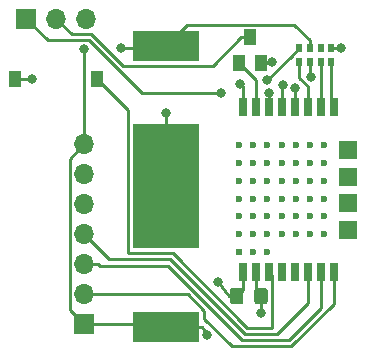
<source format=gbr>
%TF.GenerationSoftware,KiCad,Pcbnew,5.1.6-1.fc32*%
%TF.CreationDate,2020-06-07T18:14:15-07:00*%
%TF.ProjectId,hypnos,6879706e-6f73-42e6-9b69-6361645f7063,rev?*%
%TF.SameCoordinates,Original*%
%TF.FileFunction,Copper,L1,Top*%
%TF.FilePolarity,Positive*%
%FSLAX46Y46*%
G04 Gerber Fmt 4.6, Leading zero omitted, Abs format (unit mm)*
G04 Created by KiCad (PCBNEW 5.1.6-1.fc32) date 2020-06-07 18:14:15*
%MOMM*%
%LPD*%
G01*
G04 APERTURE LIST*
%TA.AperFunction,ComponentPad*%
%ADD10O,1.700000X1.700000*%
%TD*%
%TA.AperFunction,ComponentPad*%
%ADD11R,1.700000X1.700000*%
%TD*%
%TA.AperFunction,SMDPad,CuDef*%
%ADD12R,0.600000X0.600000*%
%TD*%
%TA.AperFunction,SMDPad,CuDef*%
%ADD13C,0.600000*%
%TD*%
%TA.AperFunction,SMDPad,CuDef*%
%ADD14R,1.500000X1.500000*%
%TD*%
%TA.AperFunction,SMDPad,CuDef*%
%ADD15R,0.700000X1.500000*%
%TD*%
%TA.AperFunction,SMDPad,CuDef*%
%ADD16R,0.500000X0.800000*%
%TD*%
%TA.AperFunction,SMDPad,CuDef*%
%ADD17R,1.000000X1.400000*%
%TD*%
%TA.AperFunction,SMDPad,CuDef*%
%ADD18R,5.560000X10.605000*%
%TD*%
%TA.AperFunction,SMDPad,CuDef*%
%ADD19R,5.560000X2.600000*%
%TD*%
%TA.AperFunction,ViaPad*%
%ADD20C,0.800000*%
%TD*%
%TA.AperFunction,Conductor*%
%ADD21C,0.250000*%
%TD*%
G04 APERTURE END LIST*
D10*
%TO.P,J3,7*%
%TO.N,VDD*%
X106700000Y-107460000D03*
%TO.P,J3,6*%
%TO.N,GND*%
X106700000Y-110000000D03*
%TO.P,J3,5*%
X106700000Y-112540000D03*
%TO.P,J3,4*%
%TO.N,/~RESET*%
X106700000Y-115080000D03*
%TO.P,J3,3*%
%TO.N,/SWDCLK*%
X106700000Y-117620000D03*
%TO.P,J3,2*%
%TO.N,/SWDIO*%
X106700000Y-120160000D03*
D11*
%TO.P,J3,1*%
%TO.N,VDD*%
X106700000Y-122700000D03*
%TD*%
D10*
%TO.P,J1,3*%
%TO.N,GND*%
X106880000Y-96800000D03*
%TO.P,J1,2*%
%TO.N,/OFF_SWITCH*%
X104340000Y-96800000D03*
D11*
%TO.P,J1,1*%
%TO.N,/USER_INPUT*%
X101800000Y-96800000D03*
%TD*%
D12*
%TO.P,U2,F6*%
%TO.N,Net-(U2-PadF6)*%
X119800000Y-116550000D03*
D13*
%TO.P,U2,F4*%
%TO.N,Net-(U2-PadF4)*%
X122200000Y-116550000D03*
%TO.P,U2,F5*%
%TO.N,Net-(U2-PadF5)*%
X121000000Y-116550000D03*
%TO.P,U2,E6*%
%TO.N,Net-(U2-PadE6)*%
X119800000Y-115050000D03*
%TO.P,U2,Z6*%
%TO.N,Net-(U2-PadZ6)*%
X119800000Y-107550000D03*
%TO.P,U2,D6*%
%TO.N,Net-(U2-PadD6)*%
X119800000Y-113550000D03*
%TO.P,U2,C6*%
%TO.N,Net-(U2-PadC6)*%
X119800000Y-112050000D03*
%TO.P,U2,B6*%
%TO.N,Net-(U2-PadB6)*%
X119800000Y-110550000D03*
%TO.P,U2,A6*%
%TO.N,Net-(U2-PadA6)*%
X119800000Y-109050000D03*
%TO.P,U2,E0*%
%TO.N,Net-(U2-PadE0)*%
X127000000Y-115050000D03*
%TO.P,U2,E1*%
%TO.N,Net-(U2-PadE1)*%
X125800000Y-115050000D03*
%TO.P,U2,E2*%
%TO.N,Net-(U2-PadE2)*%
X124600000Y-115050000D03*
%TO.P,U2,E3*%
%TO.N,Net-(U2-PadE3)*%
X123400000Y-115050000D03*
%TO.P,U2,E4*%
%TO.N,Net-(U2-PadE4)*%
X122200000Y-115050000D03*
%TO.P,U2,E5*%
%TO.N,Net-(U2-PadE5)*%
X121000000Y-115050000D03*
%TO.P,U2,Z0*%
%TO.N,Net-(U2-PadZ0)*%
X127000000Y-107550000D03*
%TO.P,U2,Z1*%
%TO.N,Net-(U2-PadZ1)*%
X125800000Y-107550000D03*
%TO.P,U2,Z2*%
%TO.N,Net-(U2-PadZ2)*%
X124600000Y-107550000D03*
%TO.P,U2,Z3*%
%TO.N,Net-(U2-PadZ3)*%
X123400000Y-107550000D03*
%TO.P,U2,Z4*%
%TO.N,Net-(U2-PadZ4)*%
X122200000Y-107550000D03*
%TO.P,U2,Z5*%
%TO.N,Net-(U2-PadZ5)*%
X121000000Y-107550000D03*
D14*
%TO.P,U2,F3*%
%TO.N,Net-(U2-PadF3)*%
X129000000Y-114680000D03*
%TO.P,U2,F2*%
%TO.N,Net-(U2-PadF2)*%
X129000000Y-112430000D03*
%TO.P,U2,F1*%
%TO.N,Net-(U2-PadF1)*%
X129000000Y-110180000D03*
%TO.P,U2,F0*%
%TO.N,Net-(U2-PadF0)*%
X129000000Y-107930000D03*
D13*
%TO.P,U2,D1*%
%TO.N,Net-(U2-PadD1)*%
X125800000Y-113550000D03*
%TO.P,U2,D0*%
%TO.N,Net-(U2-PadD0)*%
X127000000Y-113550000D03*
%TO.P,U2,C0*%
%TO.N,Net-(U2-PadC0)*%
X127000000Y-112050000D03*
%TO.P,U2,C1*%
%TO.N,Net-(U2-PadC1)*%
X125800000Y-112050000D03*
%TO.P,U2,B1*%
%TO.N,Net-(U2-PadB1)*%
X125800000Y-110550000D03*
%TO.P,U2,B0*%
%TO.N,Net-(U2-PadB0)*%
X127000000Y-110550000D03*
%TO.P,U2,A0*%
%TO.N,Net-(U2-PadA0)*%
X127000000Y-109050000D03*
%TO.P,U2,A1*%
%TO.N,Net-(U2-PadA1)*%
X125800000Y-109050000D03*
%TO.P,U2,D2*%
%TO.N,Net-(U2-PadD2)*%
X124600000Y-113550000D03*
%TO.P,U2,C2*%
%TO.N,Net-(U2-PadC2)*%
X124600000Y-112050000D03*
%TO.P,U2,B2*%
%TO.N,Net-(U2-PadB2)*%
X124600000Y-110550000D03*
%TO.P,U2,A2*%
%TO.N,Net-(U2-PadA2)*%
X124600000Y-109050000D03*
%TO.P,U2,D3*%
%TO.N,Net-(U2-PadD3)*%
X123400000Y-113550000D03*
%TO.P,U2,C3*%
%TO.N,Net-(U2-PadC3)*%
X123400000Y-112050000D03*
%TO.P,U2,B3*%
%TO.N,Net-(U2-PadB3)*%
X123400000Y-110550000D03*
%TO.P,U2,A3*%
%TO.N,Net-(U2-PadA3)*%
X123400000Y-109050000D03*
%TO.P,U2,D4*%
%TO.N,Net-(U2-PadD4)*%
X122200000Y-113550000D03*
%TO.P,U2,C4*%
%TO.N,Net-(U2-PadC4)*%
X122200000Y-112050000D03*
%TO.P,U2,B4*%
%TO.N,Net-(U2-PadB4)*%
X122200000Y-110550000D03*
%TO.P,U2,A4*%
%TO.N,Net-(U2-PadA4)*%
X122200000Y-109050000D03*
%TO.P,U2,D5*%
%TO.N,Net-(U2-PadD5)*%
X121000000Y-113550000D03*
%TO.P,U2,C5*%
%TO.N,Net-(U2-PadC5)*%
X121000000Y-112050000D03*
%TO.P,U2,B5*%
%TO.N,Net-(U2-PadB5)*%
X121000000Y-110550000D03*
%TO.P,U2,A5*%
%TO.N,Net-(U2-PadA5)*%
X121000000Y-109050000D03*
D15*
%TO.P,U2,16*%
%TO.N,/SWDIO*%
X127800000Y-118300000D03*
%TO.P,U2,15*%
%TO.N,/SWDCLK*%
X126700000Y-118300000D03*
%TO.P,U2,14*%
%TO.N,/~RESET*%
X125600000Y-118300000D03*
%TO.P,U2,13*%
%TO.N,Net-(U2-Pad13)*%
X124500000Y-118300000D03*
%TO.P,U2,12*%
%TO.N,Net-(U2-Pad12)*%
X123400000Y-118300000D03*
%TO.P,U2,11*%
%TO.N,Net-(SW1-Pad1)*%
X122300000Y-118300000D03*
%TO.P,U2,10*%
%TO.N,GND*%
X121200000Y-118300000D03*
%TO.P,U2,9*%
%TO.N,VDD*%
X120100000Y-118300000D03*
%TO.P,U2,8*%
%TO.N,Net-(U1-Pad8)*%
X120100000Y-104300000D03*
%TO.P,U2,7*%
%TO.N,/OFF_SWITCH_CTRL*%
X121200000Y-104300000D03*
%TO.P,U2,6*%
%TO.N,/USER_INPUT*%
X122300000Y-104300000D03*
%TO.P,U2,5*%
%TO.N,Net-(U1-Pad2)*%
X123400000Y-104300000D03*
%TO.P,U2,4*%
%TO.N,GND*%
X124500000Y-104300000D03*
%TO.P,U2,3*%
%TO.N,Net-(U1-Pad1)*%
X125600000Y-104300000D03*
%TO.P,U2,2*%
%TO.N,Net-(U1-Pad3)*%
X126700000Y-104300000D03*
%TO.P,U2,1*%
%TO.N,Net-(U1-Pad4)*%
X127800000Y-104300000D03*
%TD*%
D16*
%TO.P,U1,8*%
%TO.N,Net-(U1-Pad8)*%
X124900000Y-99300000D03*
%TO.P,U1,7*%
%TO.N,VDD*%
X125800000Y-99300000D03*
%TO.P,U1,6*%
%TO.N,Net-(U1-Pad6)*%
X126700000Y-99300000D03*
%TO.P,U1,5*%
%TO.N,GND*%
X127600000Y-99300000D03*
%TO.P,U1,4*%
%TO.N,Net-(U1-Pad4)*%
X127600000Y-100500000D03*
%TO.P,U1,3*%
%TO.N,Net-(U1-Pad3)*%
X126700000Y-100500000D03*
%TO.P,U1,2*%
%TO.N,Net-(U1-Pad2)*%
X125800000Y-100500000D03*
%TO.P,U1,1*%
%TO.N,Net-(U1-Pad1)*%
X124900000Y-100500000D03*
%TD*%
D17*
%TO.P,SW1,2*%
%TO.N,GND*%
X100800000Y-101900000D03*
%TO.P,SW1,1*%
%TO.N,Net-(SW1-Pad1)*%
X107800000Y-101900000D03*
%TD*%
%TO.P,Q1,1*%
%TO.N,/OFF_SWITCH_CTRL*%
X119800000Y-100600000D03*
%TO.P,Q1,2*%
%TO.N,GND*%
X121700000Y-100600000D03*
%TO.P,Q1,3*%
%TO.N,/OFF_SWITCH*%
X120750000Y-98400000D03*
%TD*%
%TO.P,C1,2*%
%TO.N,GND*%
%TA.AperFunction,SMDPad,CuDef*%
G36*
G01*
X121075000Y-120750001D02*
X121075000Y-119849999D01*
G75*
G02*
X121324999Y-119600000I249999J0D01*
G01*
X121975001Y-119600000D01*
G75*
G02*
X122225000Y-119849999I0J-249999D01*
G01*
X122225000Y-120750001D01*
G75*
G02*
X121975001Y-121000000I-249999J0D01*
G01*
X121324999Y-121000000D01*
G75*
G02*
X121075000Y-120750001I0J249999D01*
G01*
G37*
%TD.AperFunction*%
%TO.P,C1,1*%
%TO.N,VDD*%
%TA.AperFunction,SMDPad,CuDef*%
G36*
G01*
X119025000Y-120750001D02*
X119025000Y-119849999D01*
G75*
G02*
X119274999Y-119600000I249999J0D01*
G01*
X119925001Y-119600000D01*
G75*
G02*
X120175000Y-119849999I0J-249999D01*
G01*
X120175000Y-120750001D01*
G75*
G02*
X119925001Y-121000000I-249999J0D01*
G01*
X119274999Y-121000000D01*
G75*
G02*
X119025000Y-120750001I0J249999D01*
G01*
G37*
%TD.AperFunction*%
%TD*%
D18*
%TO.P,BT1,2*%
%TO.N,GND*%
X113600000Y-111005000D03*
D19*
%TO.P,BT1,3*%
%TO.N,VDD*%
X113600000Y-122910000D03*
%TO.P,BT1,1*%
X113600000Y-99100000D03*
%TD*%
D20*
%TO.N,GND*%
X121700000Y-121700000D03*
X113600000Y-104800000D03*
X124500000Y-102700000D03*
X102300000Y-101900000D03*
X122614801Y-100514801D03*
X128400000Y-99300000D03*
%TO.N,VDD*%
X118000000Y-119100000D03*
X106700000Y-99400000D03*
X109800000Y-99300000D03*
X117100000Y-123600000D03*
%TO.N,Net-(U1-Pad8)*%
X122194525Y-102045249D03*
X119900000Y-102314990D03*
%TO.N,Net-(U1-Pad2)*%
X123484095Y-102397408D03*
X125885988Y-101714012D03*
%TO.N,/USER_INPUT*%
X122300000Y-103100000D03*
X118300000Y-103100000D03*
%TD*%
D21*
%TO.N,GND*%
X114300000Y-110300000D02*
X115250000Y-111250000D01*
X115250000Y-111250000D02*
X115250000Y-112250000D01*
X121200000Y-119850000D02*
X121650000Y-120300000D01*
X121200000Y-118300000D02*
X121200000Y-119850000D01*
X121650000Y-121650000D02*
X121700000Y-121700000D01*
X121650000Y-120300000D02*
X121650000Y-121650000D01*
X113600000Y-111005000D02*
X113600000Y-104800000D01*
X124500000Y-104300000D02*
X124500000Y-102700000D01*
X100800000Y-101900000D02*
X102300000Y-101900000D01*
X121700000Y-100600000D02*
X122529602Y-100600000D01*
X122529602Y-100600000D02*
X122614801Y-100514801D01*
X127600000Y-99300000D02*
X128400000Y-99300000D01*
%TO.N,VDD*%
X115095000Y-123000000D02*
X115250000Y-123155000D01*
X120100000Y-119800000D02*
X119600000Y-120300000D01*
X120100000Y-118300000D02*
X120100000Y-119800000D01*
X118910172Y-120300000D02*
X119600000Y-120300000D01*
X118000000Y-119100000D02*
X118910172Y-120300000D01*
X124464999Y-97314999D02*
X115385001Y-97314999D01*
X115385001Y-97314999D02*
X113600000Y-99100000D01*
X125800000Y-98650000D02*
X124464999Y-97314999D01*
X125800000Y-99300000D02*
X125800000Y-98650000D01*
X113390000Y-122700000D02*
X113600000Y-122910000D01*
X106700000Y-122700000D02*
X113390000Y-122700000D01*
X106700000Y-107460000D02*
X106700000Y-99400000D01*
X113400000Y-99300000D02*
X113600000Y-99100000D01*
X109800000Y-99300000D02*
X113400000Y-99300000D01*
X105464999Y-108695001D02*
X105464999Y-121464999D01*
X105464999Y-121464999D02*
X106700000Y-122700000D01*
X106700000Y-107460000D02*
X105464999Y-108695001D01*
X116630000Y-122910000D02*
X113600000Y-122910000D01*
X117100000Y-123600000D02*
X116663018Y-122943018D01*
X116663018Y-122943018D02*
X116630000Y-122910000D01*
%TO.N,/~RESET*%
X108822512Y-117202512D02*
X106700000Y-115080000D01*
X125600000Y-120921264D02*
X123011254Y-123510010D01*
X120288746Y-123510010D02*
X113981248Y-117202512D01*
X113981248Y-117202512D02*
X108822512Y-117202512D01*
X123011254Y-123510010D02*
X120288746Y-123510010D01*
X125600000Y-118300000D02*
X125600000Y-120921264D01*
%TO.N,/SWDCLK*%
X113769994Y-117712522D02*
X107994603Y-117712522D01*
X107902081Y-117620000D02*
X106700000Y-117620000D01*
X120077492Y-124020020D02*
X113769994Y-117712522D01*
X126700000Y-121321264D02*
X124001244Y-124020020D01*
X126700000Y-118300000D02*
X126700000Y-121321264D01*
X124001244Y-124020020D02*
X120077492Y-124020020D01*
X107994603Y-117712522D02*
X107902081Y-117620000D01*
%TO.N,/SWDIO*%
X127800000Y-120942528D02*
X124212497Y-124530031D01*
X116869967Y-122233759D02*
X116869967Y-121533761D01*
X127800000Y-118300000D02*
X127800000Y-120942528D01*
X115496208Y-120160000D02*
X106700000Y-120160000D01*
X124212497Y-124530031D02*
X119166239Y-124530031D01*
X116869967Y-121533761D02*
X115496208Y-120160000D01*
X119166239Y-124530031D02*
X116869967Y-122233759D01*
%TO.N,Net-(SW1-Pad1)*%
X122300000Y-118300000D02*
X122610010Y-118610010D01*
X122610010Y-118610010D02*
X122610010Y-123000000D01*
X110434999Y-104534999D02*
X107800000Y-101900000D01*
X110434999Y-116615501D02*
X110434999Y-104534999D01*
X122610010Y-123000000D02*
X120500000Y-123000000D01*
X120500000Y-123000000D02*
X114192501Y-116692501D01*
X110511999Y-116692501D02*
X110434999Y-116615501D01*
X114192501Y-116692501D02*
X110511999Y-116692501D01*
%TO.N,Net-(U1-Pad8)*%
X124264999Y-99974775D02*
X122194525Y-102045249D01*
X124900000Y-99300000D02*
X124264999Y-99935001D01*
X124264999Y-99935001D02*
X124264999Y-99974775D01*
X120100000Y-104300000D02*
X120100000Y-102514990D01*
X120100000Y-102514990D02*
X119900000Y-102314990D01*
%TO.N,Net-(U1-Pad4)*%
X127600000Y-104100000D02*
X127800000Y-104300000D01*
X127600000Y-100500000D02*
X127600000Y-104100000D01*
%TO.N,Net-(U1-Pad3)*%
X126700000Y-100500000D02*
X126700000Y-104300000D01*
%TO.N,Net-(U1-Pad2)*%
X125800000Y-101628024D02*
X125885988Y-101714012D01*
X125800000Y-100500000D02*
X125800000Y-101628024D01*
X123400000Y-104300000D02*
X123400000Y-102481503D01*
X123400000Y-102481503D02*
X123484095Y-102397408D01*
%TO.N,Net-(U1-Pad1)*%
X125600000Y-102538196D02*
X125600000Y-104300000D01*
X124900000Y-100500000D02*
X124900000Y-101838196D01*
X124900000Y-101838196D02*
X125600000Y-102538196D01*
%TO.N,/OFF_SWITCH*%
X104340000Y-96800000D02*
X105644987Y-98104987D01*
X105644987Y-98104987D02*
X107288055Y-98104987D01*
X107288055Y-98104987D02*
X109968069Y-100785001D01*
X109968069Y-100785001D02*
X117614999Y-100785001D01*
X117614999Y-100785001D02*
X120000000Y-98400000D01*
X120000000Y-98400000D02*
X120750000Y-98400000D01*
%TO.N,/USER_INPUT*%
X122300000Y-104300000D02*
X122300000Y-103100000D01*
X111561804Y-103100000D02*
X107076802Y-98614998D01*
X118300000Y-103100000D02*
X111561804Y-103100000D01*
X107076802Y-98614998D02*
X103614998Y-98614998D01*
X103614998Y-98614998D02*
X101800000Y-96800000D01*
%TO.N,/OFF_SWITCH_CTRL*%
X121200000Y-102000000D02*
X121200000Y-104300000D01*
X119800000Y-100600000D02*
X121200000Y-102000000D01*
%TD*%
M02*

</source>
